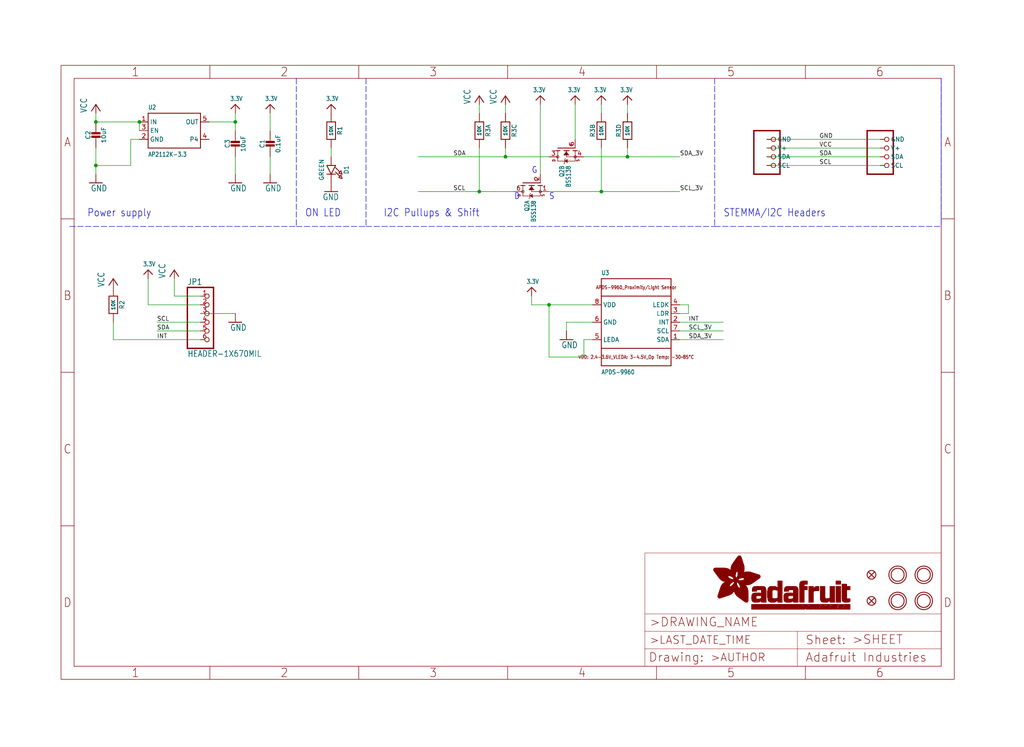
<source format=kicad_sch>
(kicad_sch (version 20211123) (generator eeschema)
  (paper "User" 298.45 217.881)
  (lib_symbols
    (symbol "eagleSchem-eagle-import:3.3V" (power)
      (property "Value" "3.3V" (at -1.524 1.016 0))
      (symbol "3.3V_1_0"
        (pin power_in line (at 0 -2.54 90) (length 2.54) (name "3.3V") (number "1"))
      )
    )
    (symbol "eagleSchem-eagle-import:APDS-9960"
      (property "Reference" "U" (at -10.16 13.716 0))
      (property "Value" "APDS-9960" (at -10.16 -15.24 0))
      (symbol "APDS-9960_1_0"
        (text "APDS-9960_Proximity/Light Sensor" (at 0 10.16 0) (effects (font (size 1.016 0.8636))))
        (text "VDD: 2.4-3.6V_VLEDA: 3-4.5V_Op Temp: -30~85°C" (at 0 -10.16 0) (effects (font (size 1.016 0.8636))))
        (pin bidirectional line (at 12.7 -5.08 180) (length 2.54) (name "SDA") (number "1"))
        (pin output line (at 12.7 0 180) (length 2.54) (name "INT") (number "2"))
        (pin bidirectional line (at 12.7 2.54 180) (length 2.54) (name "LDR") (number "3"))
        (pin bidirectional line (at 12.7 5.08 180) (length 2.54) (name "LEDK") (number "4"))
        (pin power_in line (at -12.7 -5.08 0) (length 2.54) (name "LEDA") (number "5"))
        (pin power_in line (at -12.7 0 0) (length 2.54) (name "GND") (number "6"))
        (pin input line (at 12.7 -2.54 180) (length 2.54) (name "SCL") (number "7"))
        (pin power_in line (at -12.7 5.08 0) (length 2.54) (name "VDD") (number "8"))
      )
    )
    (symbol "eagleSchem-eagle-import:CAP_CERAMIC0603_NO"
      (property "Reference" "C" (at -2.29 1.25 90))
      (property "Value" "CAP_CERAMIC0603_NO" (at 2.3 1.25 90))
      (symbol "CAP_CERAMIC0603_NO_1_0"
        (pin passive line (at 0 5.08 270) (length 2.54) (name "1") (number "1"))
        (pin passive line (at 0 -2.54 90) (length 2.54) (name "2") (number "2"))
      )
    )
    (symbol "eagleSchem-eagle-import:CAP_CERAMIC0805-NOOUTLINE"
      (property "Reference" "C" (at -2.29 1.25 90))
      (property "Value" "CAP_CERAMIC0805-NOOUTLINE" (at 2.3 1.25 90))
      (symbol "CAP_CERAMIC0805-NOOUTLINE_1_0"
        (pin passive line (at 0 5.08 270) (length 2.54) (name "1") (number "1"))
        (pin passive line (at 0 -2.54 90) (length 2.54) (name "2") (number "2"))
      )
    )
    (symbol "eagleSchem-eagle-import:FIDUCIAL_1MM")
    (symbol "eagleSchem-eagle-import:FRAME_A4_ADAFRUIT"
      (symbol "FRAME_A4_ADAFRUIT_0_0"
        (text "1" (at 21.6958 1.905 0) (effects (font (size 2.54 2.286))))
        (text "1" (at 21.6958 177.165 0) (effects (font (size 2.54 2.286))))
        (text "2" (at 65.0875 1.905 0) (effects (font (size 2.54 2.286))))
        (text "2" (at 65.0875 177.165 0) (effects (font (size 2.54 2.286))))
        (text "3" (at 108.4792 1.905 0) (effects (font (size 2.54 2.286))))
        (text "3" (at 108.4792 177.165 0) (effects (font (size 2.54 2.286))))
        (text "4" (at 151.8708 1.905 0) (effects (font (size 2.54 2.286))))
        (text "4" (at 151.8708 177.165 0) (effects (font (size 2.54 2.286))))
        (text "5" (at 195.2625 1.905 0) (effects (font (size 2.54 2.286))))
        (text "5" (at 195.2625 177.165 0) (effects (font (size 2.54 2.286))))
        (text "6" (at 238.6542 1.905 0) (effects (font (size 2.54 2.286))))
        (text "6" (at 238.6542 177.165 0) (effects (font (size 2.54 2.286))))
        (text "A" (at 1.905 156.6863 0) (effects (font (size 2.54 2.286))))
        (text "A" (at 258.445 156.6863 0) (effects (font (size 2.54 2.286))))
        (text "B" (at 1.905 111.9188 0) (effects (font (size 2.54 2.286))))
        (text "B" (at 258.445 111.9188 0) (effects (font (size 2.54 2.286))))
        (text "C" (at 1.905 67.1513 0) (effects (font (size 2.54 2.286))))
        (text "C" (at 258.445 67.1513 0) (effects (font (size 2.54 2.286))))
        (text "D" (at 1.905 22.3838 0) (effects (font (size 2.54 2.286))))
        (text "D" (at 258.445 22.3838 0) (effects (font (size 2.54 2.286))))
      )
      (symbol "FRAME_A4_ADAFRUIT_1_0"
        (text ">AUTHOR" (at 189.23 5.08 0) (effects (font (size 2.286 2.286)) (justify left bottom)))
        (text ">DRAWING_NAME" (at 171.45 15.24 0) (effects (font (size 2.54 2.54)) (justify left bottom)))
        (text ">LAST_DATE_TIME" (at 171.45 10.16 0) (effects (font (size 2.286 2.286)) (justify left bottom)))
        (text ">SHEET" (at 230.505 10.16 0) (effects (font (size 2.54 2.54)) (justify left bottom)))
        (text "Adafruit Industries" (at 216.916 4.953 0) (effects (font (size 2.54 2.54)) (justify left bottom)))
        (text "Drawing:" (at 171.196 4.953 0) (effects (font (size 2.54 2.54)) (justify left bottom)))
        (text "Sheet:" (at 216.916 10.033 0) (effects (font (size 2.54 2.54)) (justify left bottom)))
      )
    )
    (symbol "eagleSchem-eagle-import:GND" (power)
      (property "Value" "GND" (at -2.54 -2.54 0))
      (symbol "GND_1_0"
        (pin power_in line (at 0 2.54 270) (length 2.54) (name "GND") (number "1"))
      )
    )
    (symbol "eagleSchem-eagle-import:HEADER-1X670MIL"
      (property "Reference" "JP" (at -6.35 10.795 0))
      (property "Value" "HEADER-1X670MIL" (at -6.35 -10.16 0))
      (symbol "HEADER-1X670MIL_1_0"
        (pin passive inverted (at -2.54 7.62 0) (length 2.54) (name "1") (number "1"))
        (pin passive inverted (at -2.54 5.08 0) (length 2.54) (name "2") (number "2"))
        (pin passive inverted (at -2.54 2.54 0) (length 2.54) (name "3") (number "3"))
        (pin passive inverted (at -2.54 0 0) (length 2.54) (name "4") (number "4"))
        (pin passive inverted (at -2.54 -2.54 0) (length 2.54) (name "5") (number "5"))
        (pin passive inverted (at -2.54 -5.08 0) (length 2.54) (name "6") (number "6"))
      )
    )
    (symbol "eagleSchem-eagle-import:LED0603_NOOUTLINE"
      (property "Reference" "D" (at -1.27 4.445 0))
      (property "Value" "LED0603_NOOUTLINE" (at -1.27 -2.794 0))
      (symbol "LED0603_NOOUTLINE_1_0"
        (pin passive line (at -5.08 0 0) (length 2.54) (name "A") (number "A"))
        (pin passive line (at 2.54 0 180) (length 2.54) (name "C") (number "C"))
      )
    )
    (symbol "eagleSchem-eagle-import:MOSFET-N_DUAL"
      (property "Reference" "Q" (at 5.08 0.635 0))
      (property "Value" "MOSFET-N_DUAL" (at 5.08 -1.27 0))
      (symbol "MOSFET-N_DUAL_1_0"
        (text "D" (at 3.175 3.175 0) (effects (font (size 0.8128 0.6908)) (justify left bottom)))
        (text "G" (at -1.27 -1.905 0) (effects (font (size 0.8128 0.6908)) (justify left bottom)))
        (text "S" (at 3.175 -3.81 0) (effects (font (size 0.8128 0.6908)) (justify left bottom)))
        (pin bidirectional line (at 2.54 -5.08 90) (length 2.54) (name "S") (number "1"))
        (pin bidirectional line (at -2.54 -2.54 0) (length 2.54) (name "G") (number "2"))
        (pin bidirectional line (at 2.54 5.08 270) (length 2.54) (name "D") (number "6"))
      )
      (symbol "MOSFET-N_DUAL_2_0"
        (text "D" (at 3.175 3.175 0) (effects (font (size 0.8128 0.6908)) (justify left bottom)))
        (text "G" (at -1.27 -1.905 0) (effects (font (size 0.8128 0.6908)) (justify left bottom)))
        (text "S" (at 3.175 -3.81 0) (effects (font (size 0.8128 0.6908)) (justify left bottom)))
        (pin bidirectional line (at 2.54 5.08 270) (length 2.54) (name "D") (number "3"))
        (pin bidirectional line (at 2.54 -5.08 90) (length 2.54) (name "S") (number "4"))
        (pin bidirectional line (at -2.54 -2.54 0) (length 2.54) (name "G") (number "5"))
      )
    )
    (symbol "eagleSchem-eagle-import:MOUNTINGHOLE2.5")
    (symbol "eagleSchem-eagle-import:RESISTOR_0603_NOOUT"
      (property "Reference" "R" (at 0 2.54 0))
      (property "Value" "RESISTOR_0603_NOOUT" (at 0 0 0))
      (symbol "RESISTOR_0603_NOOUT_1_0"
        (pin passive line (at -5.08 0 0) (length 2.54) (name "1") (number "1"))
        (pin passive line (at 5.08 0 180) (length 2.54) (name "2") (number "2"))
      )
    )
    (symbol "eagleSchem-eagle-import:RESISTOR_4PACK"
      (property "Reference" "R" (at 0 2.54 0))
      (property "Value" "RESISTOR_4PACK" (at 0 0 0))
      (symbol "RESISTOR_4PACK_1_0"
        (pin passive line (at -5.08 0 0) (length 2.54) (name "1") (number "1"))
        (pin passive line (at 5.08 0 180) (length 2.54) (name "2") (number "8"))
      )
      (symbol "RESISTOR_4PACK_2_0"
        (pin passive line (at -5.08 0 0) (length 2.54) (name "1") (number "2"))
        (pin passive line (at 5.08 0 180) (length 2.54) (name "2") (number "7"))
      )
      (symbol "RESISTOR_4PACK_3_0"
        (pin passive line (at -5.08 0 0) (length 2.54) (name "1") (number "3"))
        (pin passive line (at 5.08 0 180) (length 2.54) (name "2") (number "6"))
      )
      (symbol "RESISTOR_4PACK_4_0"
        (pin passive line (at -5.08 0 0) (length 2.54) (name "1") (number "4"))
        (pin passive line (at 5.08 0 180) (length 2.54) (name "2") (number "5"))
      )
    )
    (symbol "eagleSchem-eagle-import:STEMMA_I2C_QT"
      (symbol "STEMMA_I2C_QT_1_0"
        (pin passive inverted (at 0 5.08 0) (length 2.54) (name "GND") (number "1"))
        (pin passive inverted (at 0 2.54 0) (length 2.54) (name "V+") (number "2"))
        (pin passive inverted (at 0 0 0) (length 2.54) (name "SDA") (number "3"))
        (pin passive inverted (at 0 -2.54 0) (length 2.54) (name "SCL") (number "4"))
      )
      (symbol "STEMMA_I2C_QT_2_0"
        (pin bidirectional line (at 0 0 0) (length 5.08) (name "MT") (number "MT1"))
      )
      (symbol "STEMMA_I2C_QT_3_0"
        (pin bidirectional line (at 0 0 0) (length 5.08) (name "MT") (number "MT2"))
      )
    )
    (symbol "eagleSchem-eagle-import:VCC" (power)
      (property "Value" "VCC" (at -2.54 -2.54 90))
      (symbol "VCC_1_0"
        (pin power_in line (at 0 -2.54 90) (length 2.54) (name "VCC") (number "1"))
      )
    )
    (symbol "eagleSchem-eagle-import:VREG_SOT23-5"
      (property "Reference" "U" (at -7.62 6.096 0))
      (property "Value" "VREG_SOT23-5" (at -7.62 -7.62 0))
      (symbol "VREG_SOT23-5_1_0"
        (pin power_in line (at -10.16 2.54 0) (length 2.54) (name "IN") (number "1"))
        (pin power_in line (at -10.16 -2.54 0) (length 2.54) (name "GND") (number "2"))
        (pin input line (at -10.16 0 0) (length 2.54) (name "EN") (number "3"))
        (pin bidirectional line (at 10.16 -2.54 180) (length 2.54) (name "P4") (number "4"))
        (pin power_in line (at 10.16 2.54 180) (length 2.54) (name "OUT") (number "5"))
      )
    )
  )
  (junction (at 147.32 45.72))
  (junction (at 160.02 88.9))
  (junction (at 182.88 45.72))
  (junction (at 175.26 55.88))
  (junction (at 27.94 35.56))
  (junction (at 40.64 35.56))
  (junction (at 68.58 35.56))
  (junction (at 27.94 48.26))
  (junction (at 139.7 55.88))
  (wire (pts (xy 182.88 45.72) (xy 198.12 45.72)))
  (wire (pts (xy 147.32 45.72) (xy 121.92 45.72)))
  (wire (pts (xy 78.74 33.02) (xy 78.74 38.1)))
  (wire (pts (xy 147.32 43.18) (xy 147.32 45.72)))
  (polyline (pts (xy 20.32 66.04) (xy 86.36 66.04)))
  (wire (pts (xy 58.42 91.44) (xy 68.58 91.44)))
  (wire (pts (xy 165.1 93.98) (xy 165.1 96.52)))
  (wire (pts (xy 256.54 45.72) (xy 223.52 45.72)))
  (wire (pts (xy 40.64 35.56) (xy 27.94 35.56)))
  (wire (pts (xy 182.88 43.18) (xy 182.88 45.72)))
  (wire (pts (xy 40.64 38.1) (xy 40.64 35.56)))
  (wire (pts (xy 43.18 88.9) (xy 43.18 81.28)))
  (polyline (pts (xy 86.36 66.04) (xy 106.68 66.04)))
  (polyline (pts (xy 208.28 22.86) (xy 208.28 66.04)))
  (wire (pts (xy 58.42 93.98) (xy 45.72 93.98)))
  (polyline (pts (xy 86.36 22.86) (xy 86.36 66.04)))
  (wire (pts (xy 50.8 86.36) (xy 50.8 81.28)))
  (wire (pts (xy 182.88 33.02) (xy 182.88 30.48)))
  (wire (pts (xy 96.52 45.72) (xy 96.52 43.18)))
  (wire (pts (xy 160.02 55.88) (xy 175.26 55.88)))
  (polyline (pts (xy 274.32 22.86) (xy 274.32 66.04)))
  (wire (pts (xy 40.64 40.64) (xy 38.1 40.64)))
  (wire (pts (xy 160.02 88.9) (xy 154.94 88.9)))
  (wire (pts (xy 167.64 40.64) (xy 167.64 30.48)))
  (wire (pts (xy 175.26 55.88) (xy 198.12 55.88)))
  (wire (pts (xy 139.7 55.88) (xy 121.92 55.88)))
  (wire (pts (xy 38.1 40.64) (xy 38.1 48.26)))
  (wire (pts (xy 147.32 33.02) (xy 147.32 30.48)))
  (wire (pts (xy 58.42 99.06) (xy 33.02 99.06)))
  (wire (pts (xy 60.96 35.56) (xy 68.58 35.56)))
  (wire (pts (xy 175.26 43.18) (xy 175.26 55.88)))
  (polyline (pts (xy 106.68 22.86) (xy 106.68 66.04)))
  (wire (pts (xy 58.42 96.52) (xy 45.72 96.52)))
  (polyline (pts (xy 106.68 66.04) (xy 208.28 66.04)))
  (wire (pts (xy 160.02 104.14) (xy 160.02 88.9)))
  (wire (pts (xy 198.12 88.9) (xy 200.66 88.9)))
  (wire (pts (xy 172.72 99.06) (xy 170.18 99.06)))
  (wire (pts (xy 154.94 88.9) (xy 154.94 86.36)))
  (wire (pts (xy 27.94 33.02) (xy 27.94 35.56)))
  (wire (pts (xy 223.52 43.18) (xy 256.54 43.18)))
  (wire (pts (xy 198.12 93.98) (xy 210.82 93.98)))
  (wire (pts (xy 170.18 45.72) (xy 182.88 45.72)))
  (wire (pts (xy 78.74 45.72) (xy 78.74 50.8)))
  (wire (pts (xy 170.18 104.14) (xy 160.02 104.14)))
  (polyline (pts (xy 208.28 66.04) (xy 274.32 66.04)))
  (wire (pts (xy 172.72 88.9) (xy 160.02 88.9)))
  (wire (pts (xy 27.94 48.26) (xy 27.94 50.8)))
  (wire (pts (xy 172.72 93.98) (xy 165.1 93.98)))
  (wire (pts (xy 139.7 30.48) (xy 139.7 33.02)))
  (wire (pts (xy 68.58 35.56) (xy 68.58 38.1)))
  (wire (pts (xy 149.86 55.88) (xy 139.7 55.88)))
  (wire (pts (xy 200.66 88.9) (xy 200.66 91.44)))
  (wire (pts (xy 68.58 35.56) (xy 68.58 33.02)))
  (wire (pts (xy 210.82 99.06) (xy 198.12 99.06)))
  (wire (pts (xy 27.94 48.26) (xy 27.94 43.18)))
  (wire (pts (xy 256.54 40.64) (xy 223.52 40.64)))
  (wire (pts (xy 210.82 96.52) (xy 198.12 96.52)))
  (wire (pts (xy 157.48 50.8) (xy 157.48 30.48)))
  (wire (pts (xy 33.02 99.06) (xy 33.02 93.98)))
  (wire (pts (xy 175.26 33.02) (xy 175.26 30.48)))
  (wire (pts (xy 170.18 99.06) (xy 170.18 104.14)))
  (wire (pts (xy 58.42 86.36) (xy 50.8 86.36)))
  (wire (pts (xy 223.52 48.26) (xy 256.54 48.26)))
  (wire (pts (xy 200.66 91.44) (xy 198.12 91.44)))
  (wire (pts (xy 139.7 43.18) (xy 139.7 55.88)))
  (wire (pts (xy 68.58 45.72) (xy 68.58 50.8)))
  (wire (pts (xy 58.42 88.9) (xy 43.18 88.9)))
  (wire (pts (xy 160.02 45.72) (xy 147.32 45.72)))
  (wire (pts (xy 38.1 48.26) (xy 27.94 48.26)))
  (text "S" (at 160.02 58.42 180) (effects (font (size 1.778 1.5113)) (justify left bottom)))
  (text "D" (at 149.86 58.42 180) (effects (font (size 1.778 1.5113)) (justify left bottom)))
  (text "Power supply" (at 25.4 63.5 180) (effects (font (size 2.1844 1.8567)) (justify left bottom)))
  (text "G" (at 154.94 50.8 180) (effects (font (size 1.778 1.5113)) (justify left bottom)))
  (text "I2C Pullups & Shift" (at 111.76 63.5 180) (effects (font (size 2.1844 1.8567)) (justify left bottom)))
  (text "STEMMA/I2C Headers" (at 210.82 63.5 180) (effects (font (size 2.1844 1.8567)) (justify left bottom)))
  (text "ON LED" (at 88.9 63.5 180) (effects (font (size 2.1844 1.8567)) (justify left bottom)))
  (label "SCL_3V" (at 200.66 96.52 0) (effects (font (size 1.2446 1.2446))))
  (label "VCC" (at 238.76 43.18 0) (effects (font (size 1.2446 1.2446))))
  (label "INT" (at 45.72 99.06 0) (effects (font (size 1.2446 1.2446))))
  (label "SDA_3V" (at 200.66 99.06 0) (effects (font (size 1.2446 1.2446))))
  (label "SDA" (at 45.72 96.52 0) (effects (font (size 1.2446 1.2446))))
  (label "INT" (at 200.66 93.98 0) (effects (font (size 1.2446 1.2446))))
  (label "GND" (at 238.76 40.64 0) (effects (font (size 1.2446 1.2446))))
  (label "SCL" (at 238.76 48.26 0) (effects (font (size 1.2446 1.2446))))
  (label "SDA" (at 238.76 45.72 0) (effects (font (size 1.2446 1.2446))))
  (label "SCL" (at 45.72 93.98 0) (effects (font (size 1.2446 1.2446))))
  (label "SDA" (at 132.08 45.72 0) (effects (font (size 1.2446 1.2446))))
  (label "SCL_3V" (at 198.12 55.88 0) (effects (font (size 1.2446 1.2446))))
  (label "SCL" (at 132.08 55.88 0) (effects (font (size 1.2446 1.2446))))
  (label "SDA_3V" (at 198.12 45.72 0) (effects (font (size 1.2446 1.2446))))
  (symbol (lib_id "eagleSchem-eagle-import:3.3V") (at 68.58 30.48 0) (unit 1)
    (property "Reference" "#U$15" (effects hide))
    (property "Value" "3.3V" (at 67.056 29.464 0) (effects (font (size 1.27 1.0795)) (justify left bottom)))
    (property "Footprint" "eagleSchem:" (effects hide))
  )
  (symbol (lib_id "eagleSchem-eagle-import:MOSFET-N_DUAL") (at 165.1 43.18 90) (mirror x) (unit 2)
    (property "Reference" "Q2" (at 164.465 48.26 0) (effects (font (size 1.27 1.0795)) (justify left bottom)))
    (property "Value" "BSS138" (at 166.37 48.26 0) (effects (font (size 1.27 1.0795)) (justify left bottom)))
    (property "Footprint" "eagleSchem:SOT363" (effects hide))
  )
  (symbol (lib_id "eagleSchem-eagle-import:CAP_CERAMIC0805-NOOUTLINE") (at 27.94 40.64 0) (unit 1)
    (property "Reference" "C2" (at 25.65 39.39 90))
    (property "Value" "10uF" (at 30.24 39.39 90))
    (property "Footprint" "eagleSchem:0805-NO" (effects hide))
  )
  (symbol (lib_id "eagleSchem-eagle-import:3.3V") (at 96.52 30.48 0) (unit 1)
    (property "Reference" "#U$3" (effects hide))
    (property "Value" "3.3V" (at 94.996 29.464 0) (effects (font (size 1.27 1.0795)) (justify left bottom)))
    (property "Footprint" "eagleSchem:" (effects hide))
  )
  (symbol (lib_id "eagleSchem-eagle-import:3.3V") (at 167.64 27.94 0) (mirror y) (unit 1)
    (property "Reference" "#U$23" (effects hide))
    (property "Value" "3.3V" (at 169.164 26.924 0) (effects (font (size 1.27 1.0795)) (justify left bottom)))
    (property "Footprint" "eagleSchem:" (effects hide))
  )
  (symbol (lib_id "eagleSchem-eagle-import:GND") (at 165.1 99.06 0) (unit 1)
    (property "Reference" "#U$11" (effects hide))
    (property "Value" "GND" (at 163.576 101.6 0) (effects (font (size 1.778 1.5113)) (justify left bottom)))
    (property "Footprint" "eagleSchem:" (effects hide))
  )
  (symbol (lib_id "eagleSchem-eagle-import:3.3V") (at 157.48 27.94 0) (mirror y) (unit 1)
    (property "Reference" "#U$26" (effects hide))
    (property "Value" "3.3V" (at 159.004 26.924 0) (effects (font (size 1.27 1.0795)) (justify left bottom)))
    (property "Footprint" "eagleSchem:" (effects hide))
  )
  (symbol (lib_id "eagleSchem-eagle-import:CAP_CERAMIC0603_NO") (at 78.74 43.18 0) (unit 1)
    (property "Reference" "C1" (at 76.45 41.93 90))
    (property "Value" "0.1uF" (at 81.04 41.93 90))
    (property "Footprint" "eagleSchem:0603-NO" (effects hide))
  )
  (symbol (lib_id "eagleSchem-eagle-import:STEMMA_I2C_QT") (at 223.52 45.72 0) (unit 1)
    (property "Reference" "CONN3" (effects hide))
    (property "Value" "STEMMA_I2C_QT" (effects hide))
    (property "Footprint" "eagleSchem:JST_SH4" (effects hide))
  )
  (symbol (lib_id "eagleSchem-eagle-import:3.3V") (at 182.88 27.94 0) (mirror y) (unit 1)
    (property "Reference" "#U$7" (effects hide))
    (property "Value" "3.3V" (at 184.404 26.924 0) (effects (font (size 1.27 1.0795)) (justify left bottom)))
    (property "Footprint" "eagleSchem:" (effects hide))
  )
  (symbol (lib_id "eagleSchem-eagle-import:HEADER-1X670MIL") (at 60.96 93.98 0) (unit 1)
    (property "Reference" "JP1" (at 54.61 83.185 0) (effects (font (size 1.778 1.5113)) (justify left bottom)))
    (property "Value" "HEADER-1X670MIL" (at 54.61 104.14 0) (effects (font (size 1.778 1.5113)) (justify left bottom)))
    (property "Footprint" "eagleSchem:1X06_ROUND_70" (effects hide))
  )
  (symbol (lib_id "eagleSchem-eagle-import:GND") (at 78.74 53.34 0) (unit 1)
    (property "Reference" "#U$6" (effects hide))
    (property "Value" "GND" (at 77.216 55.88 0) (effects (font (size 1.778 1.5113)) (justify left bottom)))
    (property "Footprint" "eagleSchem:" (effects hide))
  )
  (symbol (lib_id "eagleSchem-eagle-import:FIDUCIAL_1MM") (at 254 167.64 0) (unit 1)
    (property "Reference" "FID4" (effects hide))
    (property "Value" "FIDUCIAL_1MM" (effects hide))
    (property "Footprint" "eagleSchem:FIDUCIAL_1MM" (effects hide))
  )
  (symbol (lib_id "eagleSchem-eagle-import:CAP_CERAMIC0805-NOOUTLINE") (at 68.58 43.18 0) (unit 1)
    (property "Reference" "C3" (at 66.29 41.93 90))
    (property "Value" "10uF" (at 70.88 41.93 90))
    (property "Footprint" "eagleSchem:0805-NO" (effects hide))
  )
  (symbol (lib_id "eagleSchem-eagle-import:3.3V") (at 78.74 30.48 0) (unit 1)
    (property "Reference" "#U$14" (effects hide))
    (property "Value" "3.3V" (at 77.216 29.464 0) (effects (font (size 1.27 1.0795)) (justify left bottom)))
    (property "Footprint" "eagleSchem:" (effects hide))
  )
  (symbol (lib_id "eagleSchem-eagle-import:GND") (at 68.58 53.34 0) (unit 1)
    (property "Reference" "#U$5" (effects hide))
    (property "Value" "GND" (at 67.056 55.88 0) (effects (font (size 1.778 1.5113)) (justify left bottom)))
    (property "Footprint" "eagleSchem:" (effects hide))
  )
  (symbol (lib_id "eagleSchem-eagle-import:RESISTOR_4PACK") (at 147.32 38.1 270) (unit 3)
    (property "Reference" "R3" (at 149.86 38.1 0))
    (property "Value" "10K" (at 147.32 38.1 0) (effects (font (size 1.016 1.016) bold)))
    (property "Footprint" "eagleSchem:RESPACK_4X0603" (effects hide))
  )
  (symbol (lib_id "eagleSchem-eagle-import:STEMMA_I2C_QT") (at 256.54 45.72 0) (unit 1)
    (property "Reference" "CONN4" (effects hide))
    (property "Value" "STEMMA_I2C_QT" (effects hide))
    (property "Footprint" "eagleSchem:JST_SH4" (effects hide))
  )
  (symbol (lib_id "eagleSchem-eagle-import:VCC") (at 27.94 30.48 0) (unit 1)
    (property "Reference" "#P+3" (effects hide))
    (property "Value" "VCC" (at 25.4 33.02 90) (effects (font (size 1.778 1.5113)) (justify left bottom)))
    (property "Footprint" "eagleSchem:" (effects hide))
  )
  (symbol (lib_id "eagleSchem-eagle-import:LED0603_NOOUTLINE") (at 96.52 50.8 270) (unit 1)
    (property "Reference" "D1" (at 100.965 49.53 0))
    (property "Value" "GREEN" (at 93.726 49.53 0))
    (property "Footprint" "eagleSchem:CHIPLED_0603_NOOUTLINE" (effects hide))
  )
  (symbol (lib_id "eagleSchem-eagle-import:3.3V") (at 154.94 83.82 0) (unit 1)
    (property "Reference" "#U$9" (effects hide))
    (property "Value" "3.3V" (at 153.416 82.804 0) (effects (font (size 1.27 1.0795)) (justify left bottom)))
    (property "Footprint" "eagleSchem:" (effects hide))
  )
  (symbol (lib_id "eagleSchem-eagle-import:VCC") (at 50.8 78.74 0) (unit 1)
    (property "Reference" "#P+4" (effects hide))
    (property "Value" "VCC" (at 48.26 81.28 90) (effects (font (size 1.778 1.5113)) (justify left bottom)))
    (property "Footprint" "eagleSchem:" (effects hide))
  )
  (symbol (lib_id "eagleSchem-eagle-import:MOUNTINGHOLE2.5") (at 261.62 167.64 0) (unit 1)
    (property "Reference" "U$17" (effects hide))
    (property "Value" "MOUNTINGHOLE2.5" (effects hide))
    (property "Footprint" "eagleSchem:MOUNTINGHOLE_2.5_PLATED" (effects hide))
  )
  (symbol (lib_id "eagleSchem-eagle-import:MOUNTINGHOLE2.5") (at 269.24 175.26 0) (unit 1)
    (property "Reference" "U$21" (effects hide))
    (property "Value" "MOUNTINGHOLE2.5" (effects hide))
    (property "Footprint" "eagleSchem:MOUNTINGHOLE_2.5_PLATED" (effects hide))
  )
  (symbol (lib_id "eagleSchem-eagle-import:3.3V") (at 43.18 78.74 0) (unit 1)
    (property "Reference" "#U$16" (effects hide))
    (property "Value" "3.3V" (at 41.656 77.724 0) (effects (font (size 1.27 1.0795)) (justify left bottom)))
    (property "Footprint" "eagleSchem:" (effects hide))
  )
  (symbol (lib_id "eagleSchem-eagle-import:VREG_SOT23-5") (at 50.8 38.1 0) (unit 1)
    (property "Reference" "U2" (at 43.18 32.004 0) (effects (font (size 1.27 1.0795)) (justify left bottom)))
    (property "Value" "AP2112K-3.3" (at 43.18 45.72 0) (effects (font (size 1.27 1.0795)) (justify left bottom)))
    (property "Footprint" "eagleSchem:SOT23-5" (effects hide))
  )
  (symbol (lib_id "eagleSchem-eagle-import:MOUNTINGHOLE2.5") (at 261.62 175.26 0) (unit 1)
    (property "Reference" "U$1" (effects hide))
    (property "Value" "MOUNTINGHOLE2.5" (effects hide))
    (property "Footprint" "eagleSchem:MOUNTINGHOLE_2.5_PLATED" (effects hide))
  )
  (symbol (lib_id "eagleSchem-eagle-import:VCC") (at 33.02 81.28 0) (unit 1)
    (property "Reference" "#P+5" (effects hide))
    (property "Value" "VCC" (at 30.48 83.82 90) (effects (font (size 1.778 1.5113)) (justify left bottom)))
    (property "Footprint" "eagleSchem:" (effects hide))
  )
  (symbol (lib_id "eagleSchem-eagle-import:MOUNTINGHOLE2.5") (at 269.24 167.64 0) (unit 1)
    (property "Reference" "U$19" (effects hide))
    (property "Value" "MOUNTINGHOLE2.5" (effects hide))
    (property "Footprint" "eagleSchem:MOUNTINGHOLE_2.5_PLATED" (effects hide))
  )
  (symbol (lib_id "eagleSchem-eagle-import:GND") (at 27.94 53.34 0) (unit 1)
    (property "Reference" "#U$13" (effects hide))
    (property "Value" "GND" (at 26.416 55.88 0) (effects (font (size 1.778 1.5113)) (justify left bottom)))
    (property "Footprint" "eagleSchem:" (effects hide))
  )
  (symbol (lib_id "eagleSchem-eagle-import:GND") (at 68.58 93.98 0) (unit 1)
    (property "Reference" "#U$10" (effects hide))
    (property "Value" "GND" (at 67.056 96.52 0) (effects (font (size 1.778 1.5113)) (justify left bottom)))
    (property "Footprint" "eagleSchem:" (effects hide))
  )
  (symbol (lib_id "eagleSchem-eagle-import:RESISTOR_4PACK") (at 175.26 38.1 90) (mirror x) (unit 2)
    (property "Reference" "R3" (at 172.72 38.1 0))
    (property "Value" "10K" (at 175.26 38.1 0) (effects (font (size 1.016 1.016) bold)))
    (property "Footprint" "eagleSchem:RESPACK_4X0603" (effects hide))
  )
  (symbol (lib_id "eagleSchem-eagle-import:FIDUCIAL_1MM") (at 254 175.26 0) (unit 1)
    (property "Reference" "FID3" (effects hide))
    (property "Value" "FIDUCIAL_1MM" (effects hide))
    (property "Footprint" "eagleSchem:FIDUCIAL_1MM" (effects hide))
  )
  (symbol (lib_id "eagleSchem-eagle-import:RESISTOR_0603_NOOUT") (at 33.02 88.9 270) (unit 1)
    (property "Reference" "R2" (at 35.56 88.9 0))
    (property "Value" "10K" (at 33.02 88.9 0) (effects (font (size 1.016 1.016) bold)))
    (property "Footprint" "eagleSchem:0603-NO" (effects hide))
  )
  (symbol (lib_id "eagleSchem-eagle-import:3.3V") (at 175.26 27.94 0) (mirror y) (unit 1)
    (property "Reference" "#U$24" (effects hide))
    (property "Value" "3.3V" (at 176.784 26.924 0) (effects (font (size 1.27 1.0795)) (justify left bottom)))
    (property "Footprint" "eagleSchem:" (effects hide))
  )
  (symbol (lib_id "eagleSchem-eagle-import:RESISTOR_4PACK") (at 182.88 38.1 90) (mirror x) (unit 4)
    (property "Reference" "R3" (at 180.34 38.1 0))
    (property "Value" "10K" (at 182.88 38.1 0) (effects (font (size 1.016 1.016) bold)))
    (property "Footprint" "eagleSchem:RESPACK_4X0603" (effects hide))
  )
  (symbol (lib_id "eagleSchem-eagle-import:GND") (at 96.52 55.88 0) (unit 1)
    (property "Reference" "#GND6" (effects hide))
    (property "Value" "GND" (at 93.98 58.42 0) (effects (font (size 1.778 1.5113)) (justify left bottom)))
    (property "Footprint" "eagleSchem:" (effects hide))
  )
  (symbol (lib_id "eagleSchem-eagle-import:RESISTOR_4PACK") (at 139.7 38.1 270) (unit 1)
    (property "Reference" "R3" (at 142.24 38.1 0))
    (property "Value" "10K" (at 139.7 38.1 0) (effects (font (size 1.016 1.016) bold)))
    (property "Footprint" "eagleSchem:RESPACK_4X0603" (effects hide))
  )
  (symbol (lib_id "eagleSchem-eagle-import:APDS-9960") (at 185.42 93.98 0) (unit 1)
    (property "Reference" "U3" (at 175.26 80.264 0) (effects (font (size 1.27 1.0795)) (justify left bottom)))
    (property "Value" "APDS-9960" (at 175.26 109.22 0) (effects (font (size 1.27 1.0795)) (justify left bottom)))
    (property "Footprint" "eagleSchem:APDS-9960" (effects hide))
  )
  (symbol (lib_id "eagleSchem-eagle-import:RESISTOR_0603_NOOUT") (at 96.52 38.1 270) (unit 1)
    (property "Reference" "R1" (at 99.06 38.1 0))
    (property "Value" "10K" (at 96.52 38.1 0) (effects (font (size 1.016 1.016) bold)))
    (property "Footprint" "eagleSchem:0603-NO" (effects hide))
  )
  (symbol (lib_id "eagleSchem-eagle-import:MOSFET-N_DUAL") (at 154.94 53.34 90) (mirror x) (unit 1)
    (property "Reference" "Q2" (at 154.305 58.42 0) (effects (font (size 1.27 1.0795)) (justify left bottom)))
    (property "Value" "BSS138" (at 156.21 58.42 0) (effects (font (size 1.27 1.0795)) (justify left bottom)))
    (property "Footprint" "eagleSchem:SOT363" (effects hide))
  )
  (symbol (lib_id "eagleSchem-eagle-import:VCC") (at 147.32 27.94 0) (unit 1)
    (property "Reference" "#P+2" (effects hide))
    (property "Value" "VCC" (at 144.78 30.48 90) (effects (font (size 1.778 1.5113)) (justify left bottom)))
    (property "Footprint" "eagleSchem:" (effects hide))
  )
  (symbol (lib_id "eagleSchem-eagle-import:VCC") (at 139.7 27.94 0) (unit 1)
    (property "Reference" "#P+1" (effects hide))
    (property "Value" "VCC" (at 137.16 30.48 90) (effects (font (size 1.778 1.5113)) (justify left bottom)))
    (property "Footprint" "eagleSchem:" (effects hide))
  )
  (symbol (lib_id "eagleSchem-eagle-import:FRAME_A4_ADAFRUIT") (at 17.78 198.12 0) (unit 1)
    (property "Reference" "#U$18" (effects hide))
    (property "Value" "FRAME_A4_ADAFRUIT" (effects hide))
    (property "Footprint" "eagleSchem:" (effects hide))
  )
)
</source>
